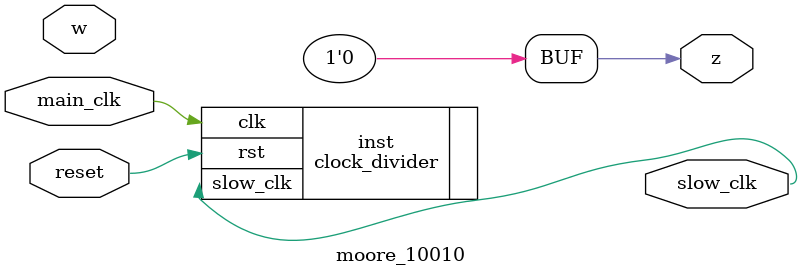
<source format=v>
`timescale 1ns / 1ps

module moore_10010 (main_clk, w, reset, z, slow_clk);
    input main_clk, w, reset; 
    output z; 
    output slow_clk;
    reg y, Y; 
    parameter A = 3'b000, B = 3'b001, C = 3'b010, D = 3'b011, E = 3'b100, F = 3'b101;

    wire slow_clk;
    clock_divider inst(.clk(main_clk), .rst(reset),.slow_clk(slow_clk));


    always @(w or y)
        begin
            case (y)
            A: if (w == 0)
            begin
            Y = A;
            end
            else
            begin
            Y = B;
            end

            B: if (w == 0)
            begin
            Y = C;
            end
            else
            begin
            Y = B;
            end

            C: if (w == 0)
            begin
            Y = D;
            end
            else
            begin
            Y = B;
            end

            D: if (w == 0)
            begin
            Y = A;
            end
            else
            begin
            Y = E;
            end

            E: if (w == 0)
            begin
            Y = F; 
            end
            else
            begin
            Y = B;
            end

            F: if (w == 0)
            begin
            Y = D; 
            end
            else
            begin
            Y = B;
            end
            endcase

        end

    always @(negedge slow_clk or negedge reset)
        begin
            if (reset == 0)
            begin
            y <= A; 
            end
            else
            begin
            y <= Y;
            end
        end

    assign z = (y == F);
    
endmodule


</source>
